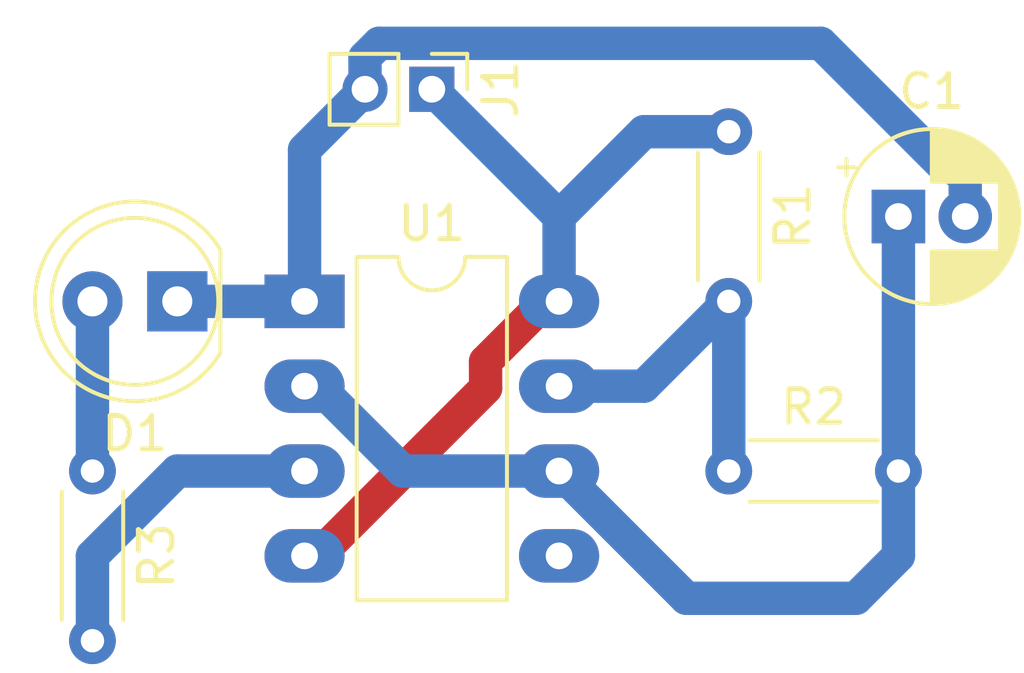
<source format=kicad_pcb>
(kicad_pcb (version 20171130) (host pcbnew "(5.1.0)-1")

  (general
    (thickness 1.6)
    (drawings 0)
    (tracks 37)
    (zones 0)
    (modules 7)
    (nets 8)
  )

  (page A4)
  (layers
    (0 F.Cu signal)
    (31 B.Cu signal)
    (32 B.Adhes user)
    (33 F.Adhes user)
    (34 B.Paste user)
    (35 F.Paste user)
    (36 B.SilkS user)
    (37 F.SilkS user)
    (38 B.Mask user)
    (39 F.Mask user)
    (40 Dwgs.User user)
    (41 Cmts.User user)
    (42 Eco1.User user)
    (43 Eco2.User user)
    (44 Edge.Cuts user)
    (45 Margin user)
    (46 B.CrtYd user)
    (47 F.CrtYd user)
    (48 B.Fab user)
    (49 F.Fab user)
  )

  (setup
    (last_trace_width 1)
    (user_trace_width 1)
    (trace_clearance 0.2)
    (zone_clearance 0.508)
    (zone_45_only no)
    (trace_min 0.2)
    (via_size 0.8)
    (via_drill 0.4)
    (via_min_size 0.4)
    (via_min_drill 0.3)
    (uvia_size 0.3)
    (uvia_drill 0.1)
    (uvias_allowed no)
    (uvia_min_size 0.2)
    (uvia_min_drill 0.1)
    (edge_width 0.05)
    (segment_width 0.2)
    (pcb_text_width 0.3)
    (pcb_text_size 1.5 1.5)
    (mod_edge_width 0.12)
    (mod_text_size 1 1)
    (mod_text_width 0.15)
    (pad_size 1.524 1.524)
    (pad_drill 0.762)
    (pad_to_mask_clearance 0.051)
    (solder_mask_min_width 0.25)
    (aux_axis_origin 0 0)
    (visible_elements FFFFFF7F)
    (pcbplotparams
      (layerselection 0x010fc_ffffffff)
      (usegerberextensions false)
      (usegerberattributes false)
      (usegerberadvancedattributes false)
      (creategerberjobfile false)
      (excludeedgelayer true)
      (linewidth 0.100000)
      (plotframeref false)
      (viasonmask false)
      (mode 1)
      (useauxorigin false)
      (hpglpennumber 1)
      (hpglpenspeed 20)
      (hpglpendiameter 15.000000)
      (psnegative false)
      (psa4output false)
      (plotreference true)
      (plotvalue true)
      (plotinvisibletext false)
      (padsonsilk false)
      (subtractmaskfromsilk false)
      (outputformat 1)
      (mirror false)
      (drillshape 0)
      (scaleselection 1)
      (outputdirectory ""))
  )

  (net 0 "")
  (net 1 "Net-(C1-Pad1)")
  (net 2 GND)
  (net 3 "Net-(D1-Pad2)")
  (net 4 "Net-(J1-Pad1)")
  (net 5 "Net-(R1-Pad2)")
  (net 6 "Net-(R3-Pad2)")
  (net 7 "Net-(U1-Pad5)")

  (net_class Default "This is the default net class."
    (clearance 0.2)
    (trace_width 0.25)
    (via_dia 0.8)
    (via_drill 0.4)
    (uvia_dia 0.3)
    (uvia_drill 0.1)
    (add_net GND)
    (add_net "Net-(C1-Pad1)")
    (add_net "Net-(D1-Pad2)")
    (add_net "Net-(J1-Pad1)")
    (add_net "Net-(R1-Pad2)")
    (add_net "Net-(R3-Pad2)")
    (add_net "Net-(U1-Pad5)")
  )

  (module Package_DIP:DIP-8_W7.62mm_LongPads (layer F.Cu) (tedit 5A02E8C5) (tstamp 5D9B4EEC)
    (at 142.24 97.79)
    (descr "8-lead though-hole mounted DIP package, row spacing 7.62 mm (300 mils), LongPads")
    (tags "THT DIP DIL PDIP 2.54mm 7.62mm 300mil LongPads")
    (path /5D92D3C6)
    (fp_text reference U1 (at 3.81 -2.33) (layer F.SilkS)
      (effects (font (size 1 1) (thickness 0.15)))
    )
    (fp_text value LM555 (at 3.81 9.95) (layer F.Fab)
      (effects (font (size 1 1) (thickness 0.15)))
    )
    (fp_arc (start 3.81 -1.33) (end 2.81 -1.33) (angle -180) (layer F.SilkS) (width 0.12))
    (fp_line (start 1.635 -1.27) (end 6.985 -1.27) (layer F.Fab) (width 0.1))
    (fp_line (start 6.985 -1.27) (end 6.985 8.89) (layer F.Fab) (width 0.1))
    (fp_line (start 6.985 8.89) (end 0.635 8.89) (layer F.Fab) (width 0.1))
    (fp_line (start 0.635 8.89) (end 0.635 -0.27) (layer F.Fab) (width 0.1))
    (fp_line (start 0.635 -0.27) (end 1.635 -1.27) (layer F.Fab) (width 0.1))
    (fp_line (start 2.81 -1.33) (end 1.56 -1.33) (layer F.SilkS) (width 0.12))
    (fp_line (start 1.56 -1.33) (end 1.56 8.95) (layer F.SilkS) (width 0.12))
    (fp_line (start 1.56 8.95) (end 6.06 8.95) (layer F.SilkS) (width 0.12))
    (fp_line (start 6.06 8.95) (end 6.06 -1.33) (layer F.SilkS) (width 0.12))
    (fp_line (start 6.06 -1.33) (end 4.81 -1.33) (layer F.SilkS) (width 0.12))
    (fp_line (start -1.45 -1.55) (end -1.45 9.15) (layer F.CrtYd) (width 0.05))
    (fp_line (start -1.45 9.15) (end 9.1 9.15) (layer F.CrtYd) (width 0.05))
    (fp_line (start 9.1 9.15) (end 9.1 -1.55) (layer F.CrtYd) (width 0.05))
    (fp_line (start 9.1 -1.55) (end -1.45 -1.55) (layer F.CrtYd) (width 0.05))
    (fp_text user %R (at 3.81 3.81) (layer F.Fab)
      (effects (font (size 1 1) (thickness 0.15)))
    )
    (pad 1 thru_hole rect (at 0 0) (size 2.4 1.6) (drill 0.8) (layers *.Cu *.Mask)
      (net 2 GND))
    (pad 5 thru_hole oval (at 7.62 7.62) (size 2.4 1.6) (drill 0.8) (layers *.Cu *.Mask)
      (net 7 "Net-(U1-Pad5)"))
    (pad 2 thru_hole oval (at 0 2.54) (size 2.4 1.6) (drill 0.8) (layers *.Cu *.Mask)
      (net 1 "Net-(C1-Pad1)"))
    (pad 6 thru_hole oval (at 7.62 5.08) (size 2.4 1.6) (drill 0.8) (layers *.Cu *.Mask)
      (net 1 "Net-(C1-Pad1)"))
    (pad 3 thru_hole oval (at 0 5.08) (size 2.4 1.6) (drill 0.8) (layers *.Cu *.Mask)
      (net 6 "Net-(R3-Pad2)"))
    (pad 7 thru_hole oval (at 7.62 2.54) (size 2.4 1.6) (drill 0.8) (layers *.Cu *.Mask)
      (net 5 "Net-(R1-Pad2)"))
    (pad 4 thru_hole oval (at 0 7.62) (size 2.4 1.6) (drill 0.8) (layers *.Cu *.Mask)
      (net 4 "Net-(J1-Pad1)"))
    (pad 8 thru_hole oval (at 7.62 0) (size 2.4 1.6) (drill 0.8) (layers *.Cu *.Mask)
      (net 4 "Net-(J1-Pad1)"))
    (model ${KISYS3DMOD}/Package_DIP.3dshapes/DIP-8_W7.62mm.wrl
      (at (xyz 0 0 0))
      (scale (xyz 1 1 1))
      (rotate (xyz 0 0 0))
    )
  )

  (module Capacitor_THT:CP_Radial_D5.0mm_P2.00mm (layer F.Cu) (tedit 5AE50EF0) (tstamp 5D9B4E6F)
    (at 160.02 95.25)
    (descr "CP, Radial series, Radial, pin pitch=2.00mm, , diameter=5mm, Electrolytic Capacitor")
    (tags "CP Radial series Radial pin pitch 2.00mm  diameter 5mm Electrolytic Capacitor")
    (path /5D9B0F1C)
    (fp_text reference C1 (at 1 -3.75) (layer F.SilkS)
      (effects (font (size 1 1) (thickness 0.15)))
    )
    (fp_text value 1u (at 1 3.75) (layer F.Fab)
      (effects (font (size 1 1) (thickness 0.15)))
    )
    (fp_circle (center 1 0) (end 3.5 0) (layer F.Fab) (width 0.1))
    (fp_circle (center 1 0) (end 3.62 0) (layer F.SilkS) (width 0.12))
    (fp_circle (center 1 0) (end 3.75 0) (layer F.CrtYd) (width 0.05))
    (fp_line (start -1.133605 -1.0875) (end -0.633605 -1.0875) (layer F.Fab) (width 0.1))
    (fp_line (start -0.883605 -1.3375) (end -0.883605 -0.8375) (layer F.Fab) (width 0.1))
    (fp_line (start 1 1.04) (end 1 2.58) (layer F.SilkS) (width 0.12))
    (fp_line (start 1 -2.58) (end 1 -1.04) (layer F.SilkS) (width 0.12))
    (fp_line (start 1.04 1.04) (end 1.04 2.58) (layer F.SilkS) (width 0.12))
    (fp_line (start 1.04 -2.58) (end 1.04 -1.04) (layer F.SilkS) (width 0.12))
    (fp_line (start 1.08 -2.579) (end 1.08 -1.04) (layer F.SilkS) (width 0.12))
    (fp_line (start 1.08 1.04) (end 1.08 2.579) (layer F.SilkS) (width 0.12))
    (fp_line (start 1.12 -2.578) (end 1.12 -1.04) (layer F.SilkS) (width 0.12))
    (fp_line (start 1.12 1.04) (end 1.12 2.578) (layer F.SilkS) (width 0.12))
    (fp_line (start 1.16 -2.576) (end 1.16 -1.04) (layer F.SilkS) (width 0.12))
    (fp_line (start 1.16 1.04) (end 1.16 2.576) (layer F.SilkS) (width 0.12))
    (fp_line (start 1.2 -2.573) (end 1.2 -1.04) (layer F.SilkS) (width 0.12))
    (fp_line (start 1.2 1.04) (end 1.2 2.573) (layer F.SilkS) (width 0.12))
    (fp_line (start 1.24 -2.569) (end 1.24 -1.04) (layer F.SilkS) (width 0.12))
    (fp_line (start 1.24 1.04) (end 1.24 2.569) (layer F.SilkS) (width 0.12))
    (fp_line (start 1.28 -2.565) (end 1.28 -1.04) (layer F.SilkS) (width 0.12))
    (fp_line (start 1.28 1.04) (end 1.28 2.565) (layer F.SilkS) (width 0.12))
    (fp_line (start 1.32 -2.561) (end 1.32 -1.04) (layer F.SilkS) (width 0.12))
    (fp_line (start 1.32 1.04) (end 1.32 2.561) (layer F.SilkS) (width 0.12))
    (fp_line (start 1.36 -2.556) (end 1.36 -1.04) (layer F.SilkS) (width 0.12))
    (fp_line (start 1.36 1.04) (end 1.36 2.556) (layer F.SilkS) (width 0.12))
    (fp_line (start 1.4 -2.55) (end 1.4 -1.04) (layer F.SilkS) (width 0.12))
    (fp_line (start 1.4 1.04) (end 1.4 2.55) (layer F.SilkS) (width 0.12))
    (fp_line (start 1.44 -2.543) (end 1.44 -1.04) (layer F.SilkS) (width 0.12))
    (fp_line (start 1.44 1.04) (end 1.44 2.543) (layer F.SilkS) (width 0.12))
    (fp_line (start 1.48 -2.536) (end 1.48 -1.04) (layer F.SilkS) (width 0.12))
    (fp_line (start 1.48 1.04) (end 1.48 2.536) (layer F.SilkS) (width 0.12))
    (fp_line (start 1.52 -2.528) (end 1.52 -1.04) (layer F.SilkS) (width 0.12))
    (fp_line (start 1.52 1.04) (end 1.52 2.528) (layer F.SilkS) (width 0.12))
    (fp_line (start 1.56 -2.52) (end 1.56 -1.04) (layer F.SilkS) (width 0.12))
    (fp_line (start 1.56 1.04) (end 1.56 2.52) (layer F.SilkS) (width 0.12))
    (fp_line (start 1.6 -2.511) (end 1.6 -1.04) (layer F.SilkS) (width 0.12))
    (fp_line (start 1.6 1.04) (end 1.6 2.511) (layer F.SilkS) (width 0.12))
    (fp_line (start 1.64 -2.501) (end 1.64 -1.04) (layer F.SilkS) (width 0.12))
    (fp_line (start 1.64 1.04) (end 1.64 2.501) (layer F.SilkS) (width 0.12))
    (fp_line (start 1.68 -2.491) (end 1.68 -1.04) (layer F.SilkS) (width 0.12))
    (fp_line (start 1.68 1.04) (end 1.68 2.491) (layer F.SilkS) (width 0.12))
    (fp_line (start 1.721 -2.48) (end 1.721 -1.04) (layer F.SilkS) (width 0.12))
    (fp_line (start 1.721 1.04) (end 1.721 2.48) (layer F.SilkS) (width 0.12))
    (fp_line (start 1.761 -2.468) (end 1.761 -1.04) (layer F.SilkS) (width 0.12))
    (fp_line (start 1.761 1.04) (end 1.761 2.468) (layer F.SilkS) (width 0.12))
    (fp_line (start 1.801 -2.455) (end 1.801 -1.04) (layer F.SilkS) (width 0.12))
    (fp_line (start 1.801 1.04) (end 1.801 2.455) (layer F.SilkS) (width 0.12))
    (fp_line (start 1.841 -2.442) (end 1.841 -1.04) (layer F.SilkS) (width 0.12))
    (fp_line (start 1.841 1.04) (end 1.841 2.442) (layer F.SilkS) (width 0.12))
    (fp_line (start 1.881 -2.428) (end 1.881 -1.04) (layer F.SilkS) (width 0.12))
    (fp_line (start 1.881 1.04) (end 1.881 2.428) (layer F.SilkS) (width 0.12))
    (fp_line (start 1.921 -2.414) (end 1.921 -1.04) (layer F.SilkS) (width 0.12))
    (fp_line (start 1.921 1.04) (end 1.921 2.414) (layer F.SilkS) (width 0.12))
    (fp_line (start 1.961 -2.398) (end 1.961 -1.04) (layer F.SilkS) (width 0.12))
    (fp_line (start 1.961 1.04) (end 1.961 2.398) (layer F.SilkS) (width 0.12))
    (fp_line (start 2.001 -2.382) (end 2.001 -1.04) (layer F.SilkS) (width 0.12))
    (fp_line (start 2.001 1.04) (end 2.001 2.382) (layer F.SilkS) (width 0.12))
    (fp_line (start 2.041 -2.365) (end 2.041 -1.04) (layer F.SilkS) (width 0.12))
    (fp_line (start 2.041 1.04) (end 2.041 2.365) (layer F.SilkS) (width 0.12))
    (fp_line (start 2.081 -2.348) (end 2.081 -1.04) (layer F.SilkS) (width 0.12))
    (fp_line (start 2.081 1.04) (end 2.081 2.348) (layer F.SilkS) (width 0.12))
    (fp_line (start 2.121 -2.329) (end 2.121 -1.04) (layer F.SilkS) (width 0.12))
    (fp_line (start 2.121 1.04) (end 2.121 2.329) (layer F.SilkS) (width 0.12))
    (fp_line (start 2.161 -2.31) (end 2.161 -1.04) (layer F.SilkS) (width 0.12))
    (fp_line (start 2.161 1.04) (end 2.161 2.31) (layer F.SilkS) (width 0.12))
    (fp_line (start 2.201 -2.29) (end 2.201 -1.04) (layer F.SilkS) (width 0.12))
    (fp_line (start 2.201 1.04) (end 2.201 2.29) (layer F.SilkS) (width 0.12))
    (fp_line (start 2.241 -2.268) (end 2.241 -1.04) (layer F.SilkS) (width 0.12))
    (fp_line (start 2.241 1.04) (end 2.241 2.268) (layer F.SilkS) (width 0.12))
    (fp_line (start 2.281 -2.247) (end 2.281 -1.04) (layer F.SilkS) (width 0.12))
    (fp_line (start 2.281 1.04) (end 2.281 2.247) (layer F.SilkS) (width 0.12))
    (fp_line (start 2.321 -2.224) (end 2.321 -1.04) (layer F.SilkS) (width 0.12))
    (fp_line (start 2.321 1.04) (end 2.321 2.224) (layer F.SilkS) (width 0.12))
    (fp_line (start 2.361 -2.2) (end 2.361 -1.04) (layer F.SilkS) (width 0.12))
    (fp_line (start 2.361 1.04) (end 2.361 2.2) (layer F.SilkS) (width 0.12))
    (fp_line (start 2.401 -2.175) (end 2.401 -1.04) (layer F.SilkS) (width 0.12))
    (fp_line (start 2.401 1.04) (end 2.401 2.175) (layer F.SilkS) (width 0.12))
    (fp_line (start 2.441 -2.149) (end 2.441 -1.04) (layer F.SilkS) (width 0.12))
    (fp_line (start 2.441 1.04) (end 2.441 2.149) (layer F.SilkS) (width 0.12))
    (fp_line (start 2.481 -2.122) (end 2.481 -1.04) (layer F.SilkS) (width 0.12))
    (fp_line (start 2.481 1.04) (end 2.481 2.122) (layer F.SilkS) (width 0.12))
    (fp_line (start 2.521 -2.095) (end 2.521 -1.04) (layer F.SilkS) (width 0.12))
    (fp_line (start 2.521 1.04) (end 2.521 2.095) (layer F.SilkS) (width 0.12))
    (fp_line (start 2.561 -2.065) (end 2.561 -1.04) (layer F.SilkS) (width 0.12))
    (fp_line (start 2.561 1.04) (end 2.561 2.065) (layer F.SilkS) (width 0.12))
    (fp_line (start 2.601 -2.035) (end 2.601 -1.04) (layer F.SilkS) (width 0.12))
    (fp_line (start 2.601 1.04) (end 2.601 2.035) (layer F.SilkS) (width 0.12))
    (fp_line (start 2.641 -2.004) (end 2.641 -1.04) (layer F.SilkS) (width 0.12))
    (fp_line (start 2.641 1.04) (end 2.641 2.004) (layer F.SilkS) (width 0.12))
    (fp_line (start 2.681 -1.971) (end 2.681 -1.04) (layer F.SilkS) (width 0.12))
    (fp_line (start 2.681 1.04) (end 2.681 1.971) (layer F.SilkS) (width 0.12))
    (fp_line (start 2.721 -1.937) (end 2.721 -1.04) (layer F.SilkS) (width 0.12))
    (fp_line (start 2.721 1.04) (end 2.721 1.937) (layer F.SilkS) (width 0.12))
    (fp_line (start 2.761 -1.901) (end 2.761 -1.04) (layer F.SilkS) (width 0.12))
    (fp_line (start 2.761 1.04) (end 2.761 1.901) (layer F.SilkS) (width 0.12))
    (fp_line (start 2.801 -1.864) (end 2.801 -1.04) (layer F.SilkS) (width 0.12))
    (fp_line (start 2.801 1.04) (end 2.801 1.864) (layer F.SilkS) (width 0.12))
    (fp_line (start 2.841 -1.826) (end 2.841 -1.04) (layer F.SilkS) (width 0.12))
    (fp_line (start 2.841 1.04) (end 2.841 1.826) (layer F.SilkS) (width 0.12))
    (fp_line (start 2.881 -1.785) (end 2.881 -1.04) (layer F.SilkS) (width 0.12))
    (fp_line (start 2.881 1.04) (end 2.881 1.785) (layer F.SilkS) (width 0.12))
    (fp_line (start 2.921 -1.743) (end 2.921 -1.04) (layer F.SilkS) (width 0.12))
    (fp_line (start 2.921 1.04) (end 2.921 1.743) (layer F.SilkS) (width 0.12))
    (fp_line (start 2.961 -1.699) (end 2.961 -1.04) (layer F.SilkS) (width 0.12))
    (fp_line (start 2.961 1.04) (end 2.961 1.699) (layer F.SilkS) (width 0.12))
    (fp_line (start 3.001 -1.653) (end 3.001 -1.04) (layer F.SilkS) (width 0.12))
    (fp_line (start 3.001 1.04) (end 3.001 1.653) (layer F.SilkS) (width 0.12))
    (fp_line (start 3.041 -1.605) (end 3.041 1.605) (layer F.SilkS) (width 0.12))
    (fp_line (start 3.081 -1.554) (end 3.081 1.554) (layer F.SilkS) (width 0.12))
    (fp_line (start 3.121 -1.5) (end 3.121 1.5) (layer F.SilkS) (width 0.12))
    (fp_line (start 3.161 -1.443) (end 3.161 1.443) (layer F.SilkS) (width 0.12))
    (fp_line (start 3.201 -1.383) (end 3.201 1.383) (layer F.SilkS) (width 0.12))
    (fp_line (start 3.241 -1.319) (end 3.241 1.319) (layer F.SilkS) (width 0.12))
    (fp_line (start 3.281 -1.251) (end 3.281 1.251) (layer F.SilkS) (width 0.12))
    (fp_line (start 3.321 -1.178) (end 3.321 1.178) (layer F.SilkS) (width 0.12))
    (fp_line (start 3.361 -1.098) (end 3.361 1.098) (layer F.SilkS) (width 0.12))
    (fp_line (start 3.401 -1.011) (end 3.401 1.011) (layer F.SilkS) (width 0.12))
    (fp_line (start 3.441 -0.915) (end 3.441 0.915) (layer F.SilkS) (width 0.12))
    (fp_line (start 3.481 -0.805) (end 3.481 0.805) (layer F.SilkS) (width 0.12))
    (fp_line (start 3.521 -0.677) (end 3.521 0.677) (layer F.SilkS) (width 0.12))
    (fp_line (start 3.561 -0.518) (end 3.561 0.518) (layer F.SilkS) (width 0.12))
    (fp_line (start 3.601 -0.284) (end 3.601 0.284) (layer F.SilkS) (width 0.12))
    (fp_line (start -1.804775 -1.475) (end -1.304775 -1.475) (layer F.SilkS) (width 0.12))
    (fp_line (start -1.554775 -1.725) (end -1.554775 -1.225) (layer F.SilkS) (width 0.12))
    (fp_text user %R (at 1 0) (layer F.Fab)
      (effects (font (size 1 1) (thickness 0.15)))
    )
    (pad 1 thru_hole rect (at 0 0) (size 1.6 1.6) (drill 0.8) (layers *.Cu *.Mask)
      (net 1 "Net-(C1-Pad1)"))
    (pad 2 thru_hole circle (at 2 0) (size 1.6 1.6) (drill 0.8) (layers *.Cu *.Mask)
      (net 2 GND))
    (model ${KISYS3DMOD}/Capacitor_THT.3dshapes/CP_Radial_D5.0mm_P2.00mm.wrl
      (at (xyz 0 0 0))
      (scale (xyz 1 1 1))
      (rotate (xyz 0 0 0))
    )
  )

  (module LED_THT:LED_D5.0mm (layer F.Cu) (tedit 5995936A) (tstamp 5D9B4E81)
    (at 138.43 97.79 180)
    (descr "LED, diameter 5.0mm, 2 pins, http://cdn-reichelt.de/documents/datenblatt/A500/LL-504BC2E-009.pdf")
    (tags "LED diameter 5.0mm 2 pins")
    (path /5D9B1D8C)
    (fp_text reference D1 (at 1.27 -3.96 180) (layer F.SilkS)
      (effects (font (size 1 1) (thickness 0.15)))
    )
    (fp_text value LED (at 1.27 3.96 180) (layer F.Fab)
      (effects (font (size 1 1) (thickness 0.15)))
    )
    (fp_arc (start 1.27 0) (end -1.23 -1.469694) (angle 299.1) (layer F.Fab) (width 0.1))
    (fp_arc (start 1.27 0) (end -1.29 -1.54483) (angle 148.9) (layer F.SilkS) (width 0.12))
    (fp_arc (start 1.27 0) (end -1.29 1.54483) (angle -148.9) (layer F.SilkS) (width 0.12))
    (fp_circle (center 1.27 0) (end 3.77 0) (layer F.Fab) (width 0.1))
    (fp_circle (center 1.27 0) (end 3.77 0) (layer F.SilkS) (width 0.12))
    (fp_line (start -1.23 -1.469694) (end -1.23 1.469694) (layer F.Fab) (width 0.1))
    (fp_line (start -1.29 -1.545) (end -1.29 1.545) (layer F.SilkS) (width 0.12))
    (fp_line (start -1.95 -3.25) (end -1.95 3.25) (layer F.CrtYd) (width 0.05))
    (fp_line (start -1.95 3.25) (end 4.5 3.25) (layer F.CrtYd) (width 0.05))
    (fp_line (start 4.5 3.25) (end 4.5 -3.25) (layer F.CrtYd) (width 0.05))
    (fp_line (start 4.5 -3.25) (end -1.95 -3.25) (layer F.CrtYd) (width 0.05))
    (fp_text user %R (at 1.25 0 180) (layer F.Fab)
      (effects (font (size 0.8 0.8) (thickness 0.2)))
    )
    (pad 1 thru_hole rect (at 0 0 180) (size 1.8 1.8) (drill 0.9) (layers *.Cu *.Mask)
      (net 2 GND))
    (pad 2 thru_hole circle (at 2.54 0 180) (size 1.8 1.8) (drill 0.9) (layers *.Cu *.Mask)
      (net 3 "Net-(D1-Pad2)"))
    (model ${KISYS3DMOD}/LED_THT.3dshapes/LED_D5.0mm.wrl
      (at (xyz 0 0 0))
      (scale (xyz 1 1 1))
      (rotate (xyz 0 0 0))
    )
  )

  (module Connector_PinHeader_2.00mm:PinHeader_1x02_P2.00mm_Vertical (layer F.Cu) (tedit 59FED667) (tstamp 5D9B4E97)
    (at 146.05 91.44 270)
    (descr "Through hole straight pin header, 1x02, 2.00mm pitch, single row")
    (tags "Through hole pin header THT 1x02 2.00mm single row")
    (path /5D9ADAA3)
    (fp_text reference J1 (at 0 -2.06 270) (layer F.SilkS)
      (effects (font (size 1 1) (thickness 0.15)))
    )
    (fp_text value POWER (at 0 4.06 270) (layer F.Fab)
      (effects (font (size 1 1) (thickness 0.15)))
    )
    (fp_line (start -0.5 -1) (end 1 -1) (layer F.Fab) (width 0.1))
    (fp_line (start 1 -1) (end 1 3) (layer F.Fab) (width 0.1))
    (fp_line (start 1 3) (end -1 3) (layer F.Fab) (width 0.1))
    (fp_line (start -1 3) (end -1 -0.5) (layer F.Fab) (width 0.1))
    (fp_line (start -1 -0.5) (end -0.5 -1) (layer F.Fab) (width 0.1))
    (fp_line (start -1.06 3.06) (end 1.06 3.06) (layer F.SilkS) (width 0.12))
    (fp_line (start -1.06 1) (end -1.06 3.06) (layer F.SilkS) (width 0.12))
    (fp_line (start 1.06 1) (end 1.06 3.06) (layer F.SilkS) (width 0.12))
    (fp_line (start -1.06 1) (end 1.06 1) (layer F.SilkS) (width 0.12))
    (fp_line (start -1.06 0) (end -1.06 -1.06) (layer F.SilkS) (width 0.12))
    (fp_line (start -1.06 -1.06) (end 0 -1.06) (layer F.SilkS) (width 0.12))
    (fp_line (start -1.5 -1.5) (end -1.5 3.5) (layer F.CrtYd) (width 0.05))
    (fp_line (start -1.5 3.5) (end 1.5 3.5) (layer F.CrtYd) (width 0.05))
    (fp_line (start 1.5 3.5) (end 1.5 -1.5) (layer F.CrtYd) (width 0.05))
    (fp_line (start 1.5 -1.5) (end -1.5 -1.5) (layer F.CrtYd) (width 0.05))
    (fp_text user %R (at 0 1) (layer F.Fab)
      (effects (font (size 1 1) (thickness 0.15)))
    )
    (pad 1 thru_hole rect (at 0 0 270) (size 1.35 1.35) (drill 0.8) (layers *.Cu *.Mask)
      (net 4 "Net-(J1-Pad1)"))
    (pad 2 thru_hole oval (at 0 2 270) (size 1.35 1.35) (drill 0.8) (layers *.Cu *.Mask)
      (net 2 GND))
    (model ${KISYS3DMOD}/Connector_PinHeader_2.00mm.3dshapes/PinHeader_1x02_P2.00mm_Vertical.wrl
      (at (xyz 0 0 0))
      (scale (xyz 1 1 1))
      (rotate (xyz 0 0 0))
    )
  )

  (module Resistor_THT:R_Axial_DIN0204_L3.6mm_D1.6mm_P5.08mm_Horizontal (layer F.Cu) (tedit 5AE5139B) (tstamp 5D9B4EAA)
    (at 154.94 92.71 270)
    (descr "Resistor, Axial_DIN0204 series, Axial, Horizontal, pin pitch=5.08mm, 0.167W, length*diameter=3.6*1.6mm^2, http://cdn-reichelt.de/documents/datenblatt/B400/1_4W%23YAG.pdf")
    (tags "Resistor Axial_DIN0204 series Axial Horizontal pin pitch 5.08mm 0.167W length 3.6mm diameter 1.6mm")
    (path /5D9AFCD4)
    (fp_text reference R1 (at 2.54 -1.92 270) (layer F.SilkS)
      (effects (font (size 1 1) (thickness 0.15)))
    )
    (fp_text value 1k (at 2.54 1.92 270) (layer F.Fab)
      (effects (font (size 1 1) (thickness 0.15)))
    )
    (fp_line (start 0.74 -0.8) (end 0.74 0.8) (layer F.Fab) (width 0.1))
    (fp_line (start 0.74 0.8) (end 4.34 0.8) (layer F.Fab) (width 0.1))
    (fp_line (start 4.34 0.8) (end 4.34 -0.8) (layer F.Fab) (width 0.1))
    (fp_line (start 4.34 -0.8) (end 0.74 -0.8) (layer F.Fab) (width 0.1))
    (fp_line (start 0 0) (end 0.74 0) (layer F.Fab) (width 0.1))
    (fp_line (start 5.08 0) (end 4.34 0) (layer F.Fab) (width 0.1))
    (fp_line (start 0.62 -0.92) (end 4.46 -0.92) (layer F.SilkS) (width 0.12))
    (fp_line (start 0.62 0.92) (end 4.46 0.92) (layer F.SilkS) (width 0.12))
    (fp_line (start -0.95 -1.05) (end -0.95 1.05) (layer F.CrtYd) (width 0.05))
    (fp_line (start -0.95 1.05) (end 6.03 1.05) (layer F.CrtYd) (width 0.05))
    (fp_line (start 6.03 1.05) (end 6.03 -1.05) (layer F.CrtYd) (width 0.05))
    (fp_line (start 6.03 -1.05) (end -0.95 -1.05) (layer F.CrtYd) (width 0.05))
    (fp_text user %R (at 2.54 0 270) (layer F.Fab)
      (effects (font (size 0.72 0.72) (thickness 0.108)))
    )
    (pad 1 thru_hole circle (at 0 0 270) (size 1.4 1.4) (drill 0.7) (layers *.Cu *.Mask)
      (net 4 "Net-(J1-Pad1)"))
    (pad 2 thru_hole oval (at 5.08 0 270) (size 1.4 1.4) (drill 0.7) (layers *.Cu *.Mask)
      (net 5 "Net-(R1-Pad2)"))
    (model ${KISYS3DMOD}/Resistor_THT.3dshapes/R_Axial_DIN0204_L3.6mm_D1.6mm_P5.08mm_Horizontal.wrl
      (at (xyz 0 0 0))
      (scale (xyz 1 1 1))
      (rotate (xyz 0 0 0))
    )
  )

  (module Resistor_THT:R_Axial_DIN0204_L3.6mm_D1.6mm_P5.08mm_Horizontal (layer F.Cu) (tedit 5AE5139B) (tstamp 5D9B4EBD)
    (at 154.94 102.87)
    (descr "Resistor, Axial_DIN0204 series, Axial, Horizontal, pin pitch=5.08mm, 0.167W, length*diameter=3.6*1.6mm^2, http://cdn-reichelt.de/documents/datenblatt/B400/1_4W%23YAG.pdf")
    (tags "Resistor Axial_DIN0204 series Axial Horizontal pin pitch 5.08mm 0.167W length 3.6mm diameter 1.6mm")
    (path /5D9B0755)
    (fp_text reference R2 (at 2.54 -1.92) (layer F.SilkS)
      (effects (font (size 1 1) (thickness 0.15)))
    )
    (fp_text value 470k (at 2.54 1.92) (layer F.Fab)
      (effects (font (size 1 1) (thickness 0.15)))
    )
    (fp_text user %R (at 2.54 0) (layer F.Fab)
      (effects (font (size 0.72 0.72) (thickness 0.108)))
    )
    (fp_line (start 6.03 -1.05) (end -0.95 -1.05) (layer F.CrtYd) (width 0.05))
    (fp_line (start 6.03 1.05) (end 6.03 -1.05) (layer F.CrtYd) (width 0.05))
    (fp_line (start -0.95 1.05) (end 6.03 1.05) (layer F.CrtYd) (width 0.05))
    (fp_line (start -0.95 -1.05) (end -0.95 1.05) (layer F.CrtYd) (width 0.05))
    (fp_line (start 0.62 0.92) (end 4.46 0.92) (layer F.SilkS) (width 0.12))
    (fp_line (start 0.62 -0.92) (end 4.46 -0.92) (layer F.SilkS) (width 0.12))
    (fp_line (start 5.08 0) (end 4.34 0) (layer F.Fab) (width 0.1))
    (fp_line (start 0 0) (end 0.74 0) (layer F.Fab) (width 0.1))
    (fp_line (start 4.34 -0.8) (end 0.74 -0.8) (layer F.Fab) (width 0.1))
    (fp_line (start 4.34 0.8) (end 4.34 -0.8) (layer F.Fab) (width 0.1))
    (fp_line (start 0.74 0.8) (end 4.34 0.8) (layer F.Fab) (width 0.1))
    (fp_line (start 0.74 -0.8) (end 0.74 0.8) (layer F.Fab) (width 0.1))
    (pad 2 thru_hole oval (at 5.08 0) (size 1.4 1.4) (drill 0.7) (layers *.Cu *.Mask)
      (net 1 "Net-(C1-Pad1)"))
    (pad 1 thru_hole circle (at 0 0) (size 1.4 1.4) (drill 0.7) (layers *.Cu *.Mask)
      (net 5 "Net-(R1-Pad2)"))
    (model ${KISYS3DMOD}/Resistor_THT.3dshapes/R_Axial_DIN0204_L3.6mm_D1.6mm_P5.08mm_Horizontal.wrl
      (at (xyz 0 0 0))
      (scale (xyz 1 1 1))
      (rotate (xyz 0 0 0))
    )
  )

  (module Resistor_THT:R_Axial_DIN0204_L3.6mm_D1.6mm_P5.08mm_Horizontal (layer F.Cu) (tedit 5AE5139B) (tstamp 5D9B4ED0)
    (at 135.89 102.87 270)
    (descr "Resistor, Axial_DIN0204 series, Axial, Horizontal, pin pitch=5.08mm, 0.167W, length*diameter=3.6*1.6mm^2, http://cdn-reichelt.de/documents/datenblatt/B400/1_4W%23YAG.pdf")
    (tags "Resistor Axial_DIN0204 series Axial Horizontal pin pitch 5.08mm 0.167W length 3.6mm diameter 1.6mm")
    (path /5D9B14DD)
    (fp_text reference R3 (at 2.54 -1.92 270) (layer F.SilkS)
      (effects (font (size 1 1) (thickness 0.15)))
    )
    (fp_text value 1k (at 2.54 1.92 270) (layer F.Fab)
      (effects (font (size 1 1) (thickness 0.15)))
    )
    (fp_line (start 0.74 -0.8) (end 0.74 0.8) (layer F.Fab) (width 0.1))
    (fp_line (start 0.74 0.8) (end 4.34 0.8) (layer F.Fab) (width 0.1))
    (fp_line (start 4.34 0.8) (end 4.34 -0.8) (layer F.Fab) (width 0.1))
    (fp_line (start 4.34 -0.8) (end 0.74 -0.8) (layer F.Fab) (width 0.1))
    (fp_line (start 0 0) (end 0.74 0) (layer F.Fab) (width 0.1))
    (fp_line (start 5.08 0) (end 4.34 0) (layer F.Fab) (width 0.1))
    (fp_line (start 0.62 -0.92) (end 4.46 -0.92) (layer F.SilkS) (width 0.12))
    (fp_line (start 0.62 0.92) (end 4.46 0.92) (layer F.SilkS) (width 0.12))
    (fp_line (start -0.95 -1.05) (end -0.95 1.05) (layer F.CrtYd) (width 0.05))
    (fp_line (start -0.95 1.05) (end 6.03 1.05) (layer F.CrtYd) (width 0.05))
    (fp_line (start 6.03 1.05) (end 6.03 -1.05) (layer F.CrtYd) (width 0.05))
    (fp_line (start 6.03 -1.05) (end -0.95 -1.05) (layer F.CrtYd) (width 0.05))
    (fp_text user %R (at 2.54 0 270) (layer F.Fab)
      (effects (font (size 0.72 0.72) (thickness 0.108)))
    )
    (pad 1 thru_hole circle (at 0 0 270) (size 1.4 1.4) (drill 0.7) (layers *.Cu *.Mask)
      (net 3 "Net-(D1-Pad2)"))
    (pad 2 thru_hole oval (at 5.08 0 270) (size 1.4 1.4) (drill 0.7) (layers *.Cu *.Mask)
      (net 6 "Net-(R3-Pad2)"))
    (model ${KISYS3DMOD}/Resistor_THT.3dshapes/R_Axial_DIN0204_L3.6mm_D1.6mm_P5.08mm_Horizontal.wrl
      (at (xyz 0 0 0))
      (scale (xyz 1 1 1))
      (rotate (xyz 0 0 0))
    )
  )

  (segment (start 142.64 100.33) (end 145.18 102.87) (width 1) (layer B.Cu) (net 1))
  (segment (start 142.24 100.33) (end 142.64 100.33) (width 1) (layer B.Cu) (net 1))
  (segment (start 145.18 102.87) (end 149.86 102.87) (width 1) (layer B.Cu) (net 1))
  (segment (start 150.26 102.87) (end 149.86 102.87) (width 1) (layer F.Cu) (net 1))
  (segment (start 149.86 102.87) (end 150.26 102.87) (width 1) (layer B.Cu) (net 1))
  (segment (start 160.02 95.25) (end 160.02 102.87) (width 1) (layer B.Cu) (net 1))
  (segment (start 160.02 102.87) (end 160.02 105.41) (width 1) (layer B.Cu) (net 1))
  (segment (start 160.02 105.41) (end 158.75 106.68) (width 1) (layer B.Cu) (net 1))
  (segment (start 158.75 106.68) (end 153.67 106.68) (width 1) (layer B.Cu) (net 1))
  (segment (start 153.67 106.68) (end 149.86 102.87) (width 1) (layer B.Cu) (net 1))
  (segment (start 142.24 93.25) (end 144.05 91.44) (width 1) (layer B.Cu) (net 2))
  (segment (start 142.24 97.79) (end 142.24 93.25) (width 1) (layer B.Cu) (net 2))
  (segment (start 157.695001 90.064999) (end 161.380001 93.749999) (width 1) (layer B.Cu) (net 2))
  (segment (start 144.470407 90.064999) (end 157.695001 90.064999) (width 1) (layer B.Cu) (net 2))
  (segment (start 144.05 91.44) (end 144.05 90.485406) (width 1) (layer B.Cu) (net 2))
  (segment (start 144.05 90.485406) (end 144.470407 90.064999) (width 1) (layer B.Cu) (net 2))
  (segment (start 162.02 94.11863) (end 162.02 95.25) (width 1) (layer B.Cu) (net 2))
  (segment (start 161.651369 93.749999) (end 162.02 94.11863) (width 1) (layer B.Cu) (net 2))
  (segment (start 161.380001 93.749999) (end 161.651369 93.749999) (width 1) (layer B.Cu) (net 2))
  (segment (start 138.43 97.79) (end 142.24 97.79) (width 1) (layer B.Cu) (net 2))
  (segment (start 135.89 97.79) (end 135.89 102.87) (width 1) (layer B.Cu) (net 3))
  (segment (start 149.86 95.25) (end 146.05 91.44) (width 1) (layer B.Cu) (net 4))
  (segment (start 149.86 97.79) (end 149.86 95.25) (width 1) (layer B.Cu) (net 4))
  (segment (start 142.64 105.41) (end 142.24 105.41) (width 1) (layer F.Cu) (net 4))
  (segment (start 147.66 100.39) (end 142.64 105.41) (width 1) (layer F.Cu) (net 4))
  (segment (start 147.66 99.59) (end 147.66 100.39) (width 1) (layer F.Cu) (net 4))
  (segment (start 149.46 97.79) (end 147.66 99.59) (width 1) (layer F.Cu) (net 4))
  (segment (start 149.86 97.79) (end 149.46 97.79) (width 1) (layer F.Cu) (net 4))
  (segment (start 149.86 97.79) (end 150.26 97.79) (width 1) (layer F.Cu) (net 4))
  (segment (start 152.4 92.71) (end 149.86 95.25) (width 1) (layer B.Cu) (net 4))
  (segment (start 154.94 92.71) (end 152.4 92.71) (width 1) (layer B.Cu) (net 4))
  (segment (start 152.4 100.33) (end 154.94 97.79) (width 1) (layer B.Cu) (net 5))
  (segment (start 149.86 100.33) (end 152.4 100.33) (width 1) (layer B.Cu) (net 5))
  (segment (start 154.94 97.79) (end 154.94 102.87) (width 1) (layer B.Cu) (net 5))
  (segment (start 138.43 102.87) (end 142.24 102.87) (width 1) (layer B.Cu) (net 6))
  (segment (start 135.89 107.95) (end 135.89 105.41) (width 1) (layer B.Cu) (net 6))
  (segment (start 135.89 105.41) (end 138.43 102.87) (width 1) (layer B.Cu) (net 6))

)

</source>
